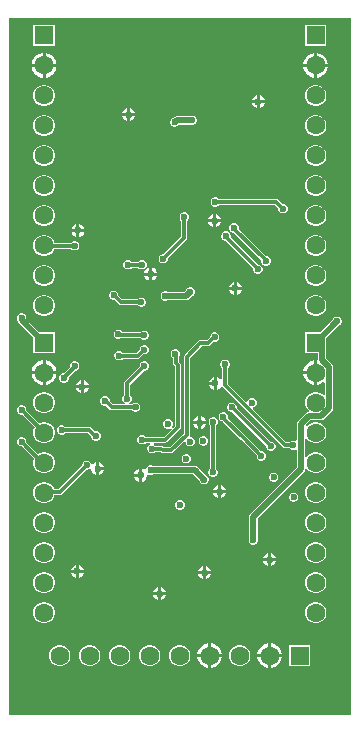
<source format=gbl>
G04*
G04 #@! TF.GenerationSoftware,Altium Limited,Altium Designer,21.4.1 (30)*
G04*
G04 Layer_Physical_Order=2*
G04 Layer_Color=16711680*
%FSLAX25Y25*%
%MOIN*%
G70*
G04*
G04 #@! TF.SameCoordinates,DAFBEC02-1197-4843-953F-D25F05510CB2*
G04*
G04*
G04 #@! TF.FilePolarity,Positive*
G04*
G01*
G75*
%ADD30C,0.01181*%
%ADD31C,0.01968*%
%ADD32C,0.06299*%
%ADD33R,0.06299X0.06299*%
%ADD34R,0.06299X0.06299*%
%ADD35C,0.02362*%
G36*
X57087Y-116142D02*
X-57087D01*
Y116142D01*
X57087D01*
Y-116142D01*
D02*
G37*
%LPC*%
G36*
X48819Y113779D02*
X41732D01*
Y106693D01*
X48819D01*
Y113779D01*
D02*
G37*
G36*
X-41732D02*
X-48819D01*
Y106693D01*
X-41732D01*
Y113779D01*
D02*
G37*
G36*
X45822Y104386D02*
X45776D01*
Y100736D01*
X49425D01*
Y100783D01*
X49142Y101838D01*
X48596Y102784D01*
X47824Y103557D01*
X46877Y104103D01*
X45822Y104386D01*
D02*
G37*
G36*
X44776D02*
X44729D01*
X43674Y104103D01*
X42728Y103557D01*
X41955Y102784D01*
X41409Y101838D01*
X41126Y100783D01*
Y100736D01*
X44776D01*
Y104386D01*
D02*
G37*
G36*
X-44729D02*
X-44776D01*
Y100736D01*
X-41126D01*
Y100783D01*
X-41409Y101838D01*
X-41955Y102784D01*
X-42728Y103557D01*
X-43674Y104103D01*
X-44729Y104386D01*
D02*
G37*
G36*
X-45776D02*
X-45822D01*
X-46877Y104103D01*
X-47824Y103557D01*
X-48596Y102784D01*
X-49142Y101838D01*
X-49425Y100783D01*
Y100736D01*
X-45776D01*
Y104386D01*
D02*
G37*
G36*
X49425Y99736D02*
X45776D01*
Y96087D01*
X45822D01*
X46877Y96369D01*
X47824Y96916D01*
X48596Y97688D01*
X49142Y98634D01*
X49425Y99690D01*
Y99736D01*
D02*
G37*
G36*
X44776D02*
X41126D01*
Y99690D01*
X41409Y98634D01*
X41955Y97688D01*
X42728Y96916D01*
X43674Y96369D01*
X44729Y96087D01*
X44776D01*
Y99736D01*
D02*
G37*
G36*
X-41126D02*
X-44776D01*
Y96087D01*
X-44729D01*
X-43674Y96369D01*
X-42728Y96916D01*
X-41955Y97688D01*
X-41409Y98634D01*
X-41126Y99690D01*
Y99736D01*
D02*
G37*
G36*
X-45776D02*
X-49425D01*
Y99690D01*
X-49142Y98634D01*
X-48596Y97688D01*
X-47824Y96916D01*
X-46877Y96369D01*
X-45822Y96087D01*
X-45776D01*
Y99736D01*
D02*
G37*
G36*
X26681Y90244D02*
Y88591D01*
X28335D01*
X28030Y89326D01*
X27417Y89940D01*
X26681Y90244D01*
D02*
G37*
G36*
X25681D02*
X24946Y89940D01*
X24332Y89326D01*
X24027Y88591D01*
X25681D01*
Y90244D01*
D02*
G37*
G36*
X45742Y93779D02*
X44809D01*
X43908Y93538D01*
X43100Y93072D01*
X42440Y92412D01*
X41974Y91604D01*
X41732Y90703D01*
Y89770D01*
X41974Y88869D01*
X42440Y88061D01*
X43100Y87401D01*
X43908Y86934D01*
X44809Y86693D01*
X45742D01*
X46643Y86934D01*
X47451Y87401D01*
X48111Y88061D01*
X48577Y88869D01*
X48819Y89770D01*
Y90703D01*
X48577Y91604D01*
X48111Y92412D01*
X47451Y93072D01*
X46643Y93538D01*
X45742Y93779D01*
D02*
G37*
G36*
X-44809D02*
X-45742D01*
X-46643Y93538D01*
X-47451Y93072D01*
X-48111Y92412D01*
X-48577Y91604D01*
X-48819Y90703D01*
Y89770D01*
X-48577Y88869D01*
X-48111Y88061D01*
X-47451Y87401D01*
X-46643Y86934D01*
X-45742Y86693D01*
X-44809D01*
X-43908Y86934D01*
X-43100Y87401D01*
X-42440Y88061D01*
X-41974Y88869D01*
X-41732Y89770D01*
Y90703D01*
X-41974Y91604D01*
X-42440Y92412D01*
X-43100Y93072D01*
X-43908Y93538D01*
X-44809Y93779D01*
D02*
G37*
G36*
X28335Y87590D02*
X26681D01*
Y85937D01*
X27417Y86242D01*
X28030Y86855D01*
X28335Y87590D01*
D02*
G37*
G36*
X25681D02*
X24027D01*
X24332Y86855D01*
X24946Y86242D01*
X25681Y85937D01*
Y87590D01*
D02*
G37*
G36*
X-16528Y86012D02*
Y84358D01*
X-14874D01*
X-15179Y85094D01*
X-15792Y85707D01*
X-16528Y86012D01*
D02*
G37*
G36*
X-17528D02*
X-18263Y85707D01*
X-18877Y85094D01*
X-19181Y84358D01*
X-17528D01*
Y86012D01*
D02*
G37*
G36*
X-14874Y83358D02*
X-16528D01*
Y81705D01*
X-15792Y82009D01*
X-15179Y82623D01*
X-14874Y83358D01*
D02*
G37*
G36*
X-17528D02*
X-19181D01*
X-18877Y82623D01*
X-18263Y82009D01*
X-17528Y81705D01*
Y83358D01*
D02*
G37*
G36*
X4447Y83465D02*
X3821D01*
X3411Y83295D01*
X-1075D01*
X-1612Y83188D01*
X-2068Y82883D01*
X-2077Y82874D01*
X-2085D01*
X-2664Y82634D01*
X-3107Y82191D01*
X-3347Y81612D01*
Y80986D01*
X-3107Y80407D01*
X-2664Y79964D01*
X-2085Y79724D01*
X-1458D01*
X-880Y79964D01*
X-437Y80407D01*
X-404Y80485D01*
X3411D01*
X3821Y80315D01*
X4447D01*
X5026Y80555D01*
X5469Y80998D01*
X5709Y81577D01*
Y82203D01*
X5469Y82782D01*
X5026Y83225D01*
X4447Y83465D01*
D02*
G37*
G36*
X45742Y83780D02*
X44809D01*
X43908Y83538D01*
X43100Y83072D01*
X42440Y82412D01*
X41974Y81604D01*
X41732Y80703D01*
Y79770D01*
X41974Y78869D01*
X42440Y78061D01*
X43100Y77401D01*
X43908Y76934D01*
X44809Y76693D01*
X45742D01*
X46643Y76934D01*
X47451Y77401D01*
X48111Y78061D01*
X48577Y78869D01*
X48819Y79770D01*
Y80703D01*
X48577Y81604D01*
X48111Y82412D01*
X47451Y83072D01*
X46643Y83538D01*
X45742Y83780D01*
D02*
G37*
G36*
X-44809D02*
X-45742D01*
X-46643Y83538D01*
X-47451Y83072D01*
X-48111Y82412D01*
X-48577Y81604D01*
X-48819Y80703D01*
Y79770D01*
X-48577Y78869D01*
X-48111Y78061D01*
X-47451Y77401D01*
X-46643Y76934D01*
X-45742Y76693D01*
X-44809D01*
X-43908Y76934D01*
X-43100Y77401D01*
X-42440Y78061D01*
X-41974Y78869D01*
X-41732Y79770D01*
Y80703D01*
X-41974Y81604D01*
X-42440Y82412D01*
X-43100Y83072D01*
X-43908Y83538D01*
X-44809Y83780D01*
D02*
G37*
G36*
X45742Y73779D02*
X44809D01*
X43908Y73538D01*
X43100Y73072D01*
X42440Y72412D01*
X41974Y71604D01*
X41732Y70703D01*
Y69770D01*
X41974Y68869D01*
X42440Y68061D01*
X43100Y67401D01*
X43908Y66934D01*
X44809Y66693D01*
X45742D01*
X46643Y66934D01*
X47451Y67401D01*
X48111Y68061D01*
X48577Y68869D01*
X48819Y69770D01*
Y70703D01*
X48577Y71604D01*
X48111Y72412D01*
X47451Y73072D01*
X46643Y73538D01*
X45742Y73779D01*
D02*
G37*
G36*
X-44809D02*
X-45742D01*
X-46643Y73538D01*
X-47451Y73072D01*
X-48111Y72412D01*
X-48577Y71604D01*
X-48819Y70703D01*
Y69770D01*
X-48577Y68869D01*
X-48111Y68061D01*
X-47451Y67401D01*
X-46643Y66934D01*
X-45742Y66693D01*
X-44809D01*
X-43908Y66934D01*
X-43100Y67401D01*
X-42440Y68061D01*
X-41974Y68869D01*
X-41732Y69770D01*
Y70703D01*
X-41974Y71604D01*
X-42440Y72412D01*
X-43100Y73072D01*
X-43908Y73538D01*
X-44809Y73779D01*
D02*
G37*
G36*
X45742Y63779D02*
X44809D01*
X43908Y63538D01*
X43100Y63072D01*
X42440Y62412D01*
X41974Y61604D01*
X41732Y60703D01*
Y59770D01*
X41974Y58869D01*
X42440Y58061D01*
X43100Y57401D01*
X43908Y56934D01*
X44809Y56693D01*
X45742D01*
X46643Y56934D01*
X47451Y57401D01*
X48111Y58061D01*
X48577Y58869D01*
X48819Y59770D01*
Y60703D01*
X48577Y61604D01*
X48111Y62412D01*
X47451Y63072D01*
X46643Y63538D01*
X45742Y63779D01*
D02*
G37*
G36*
X-44809D02*
X-45742D01*
X-46643Y63538D01*
X-47451Y63072D01*
X-48111Y62412D01*
X-48577Y61604D01*
X-48819Y60703D01*
Y59770D01*
X-48577Y58869D01*
X-48111Y58061D01*
X-47451Y57401D01*
X-46643Y56934D01*
X-45742Y56693D01*
X-44809D01*
X-43908Y56934D01*
X-43100Y57401D01*
X-42440Y58061D01*
X-41974Y58869D01*
X-41732Y59770D01*
Y60703D01*
X-41974Y61604D01*
X-42440Y62412D01*
X-43100Y63072D01*
X-43908Y63538D01*
X-44809Y63779D01*
D02*
G37*
G36*
X12124Y56299D02*
X11498D01*
X10919Y56059D01*
X10476Y55616D01*
X10236Y55038D01*
Y54411D01*
X10476Y53832D01*
X10919Y53389D01*
X11498Y53150D01*
X12124D01*
X12703Y53389D01*
X13035Y53721D01*
X31769D01*
X32874Y52616D01*
Y52147D01*
X33114Y51569D01*
X33557Y51126D01*
X34136Y50886D01*
X34762D01*
X35341Y51126D01*
X35784Y51569D01*
X36024Y52147D01*
Y52774D01*
X35784Y53353D01*
X35341Y53796D01*
X34762Y54035D01*
X34293D01*
X32895Y55434D01*
X32569Y55651D01*
X32185Y55728D01*
X13035D01*
X12703Y56059D01*
X12124Y56299D01*
D02*
G37*
G36*
X12090Y50579D02*
Y48925D01*
X13744D01*
X13439Y49661D01*
X12825Y50274D01*
X12090Y50579D01*
D02*
G37*
G36*
X11090D02*
X10354Y50274D01*
X9741Y49661D01*
X9436Y48925D01*
X11090D01*
Y50579D01*
D02*
G37*
G36*
X45742Y53780D02*
X44809D01*
X43908Y53538D01*
X43100Y53072D01*
X42440Y52412D01*
X41974Y51604D01*
X41732Y50703D01*
Y49770D01*
X41974Y48869D01*
X42440Y48061D01*
X43100Y47401D01*
X43908Y46934D01*
X44809Y46693D01*
X45742D01*
X46643Y46934D01*
X47451Y47401D01*
X48111Y48061D01*
X48577Y48869D01*
X48819Y49770D01*
Y50703D01*
X48577Y51604D01*
X48111Y52412D01*
X47451Y53072D01*
X46643Y53538D01*
X45742Y53780D01*
D02*
G37*
G36*
X-44809D02*
X-45742D01*
X-46643Y53538D01*
X-47451Y53072D01*
X-48111Y52412D01*
X-48577Y51604D01*
X-48819Y50703D01*
Y49770D01*
X-48577Y48869D01*
X-48111Y48061D01*
X-47451Y47401D01*
X-46643Y46934D01*
X-45742Y46693D01*
X-44809D01*
X-43908Y46934D01*
X-43100Y47401D01*
X-42440Y48061D01*
X-41974Y48869D01*
X-41732Y49770D01*
Y50703D01*
X-41974Y51604D01*
X-42440Y52412D01*
X-43100Y53072D01*
X-43908Y53538D01*
X-44809Y53780D01*
D02*
G37*
G36*
X13744Y47925D02*
X12090D01*
Y46271D01*
X12825Y46576D01*
X13439Y47190D01*
X13744Y47925D01*
D02*
G37*
G36*
X11090D02*
X9436D01*
X9741Y47190D01*
X10354Y46576D01*
X11090Y46271D01*
Y47925D01*
D02*
G37*
G36*
X-33457Y47429D02*
Y45776D01*
X-31803D01*
X-32108Y46511D01*
X-32721Y47125D01*
X-33457Y47429D01*
D02*
G37*
G36*
X-34457D02*
X-35192Y47125D01*
X-35806Y46511D01*
X-36110Y45776D01*
X-34457D01*
Y47429D01*
D02*
G37*
G36*
X-31803Y44776D02*
X-33457D01*
Y43122D01*
X-32721Y43426D01*
X-32108Y44040D01*
X-31803Y44776D01*
D02*
G37*
G36*
X-34457D02*
X-36110D01*
X-35806Y44040D01*
X-35192Y43426D01*
X-34457Y43122D01*
Y44776D01*
D02*
G37*
G36*
X-44809Y43780D02*
X-45742D01*
X-46643Y43538D01*
X-47451Y43072D01*
X-48111Y42412D01*
X-48577Y41604D01*
X-48819Y40703D01*
Y39770D01*
X-48577Y38869D01*
X-48111Y38061D01*
X-47451Y37401D01*
X-46643Y36934D01*
X-45742Y36693D01*
X-44809D01*
X-43908Y36934D01*
X-43100Y37401D01*
X-42440Y38061D01*
X-41974Y38869D01*
X-41887Y39193D01*
X-36302D01*
X-35931Y38822D01*
X-35353Y38583D01*
X-34726D01*
X-34147Y38822D01*
X-33704Y39265D01*
X-33465Y39844D01*
Y40471D01*
X-33704Y41050D01*
X-34147Y41493D01*
X-34726Y41732D01*
X-35353D01*
X-35931Y41493D01*
X-36224Y41200D01*
X-41866D01*
X-41974Y41604D01*
X-42440Y42412D01*
X-43100Y43072D01*
X-43908Y43538D01*
X-44809Y43780D01*
D02*
G37*
G36*
X45742D02*
X44809D01*
X43908Y43538D01*
X43100Y43072D01*
X42440Y42412D01*
X41974Y41604D01*
X41732Y40703D01*
Y39770D01*
X41974Y38869D01*
X42440Y38061D01*
X43100Y37401D01*
X43908Y36934D01*
X44809Y36693D01*
X45742D01*
X46643Y36934D01*
X47451Y37401D01*
X48111Y38061D01*
X48577Y38869D01*
X48819Y39770D01*
Y40703D01*
X48577Y41604D01*
X48111Y42412D01*
X47451Y43072D01*
X46643Y43538D01*
X45742Y43780D01*
D02*
G37*
G36*
X-12285Y35433D02*
X-12912D01*
X-13490Y35193D01*
X-13822Y34862D01*
X-16001D01*
X-16332Y35193D01*
X-16911Y35433D01*
X-17538D01*
X-18116Y35193D01*
X-18560Y34750D01*
X-18799Y34172D01*
Y33545D01*
X-18560Y32966D01*
X-18116Y32523D01*
X-17538Y32283D01*
X-16911D01*
X-16332Y32523D01*
X-16001Y32855D01*
X-13822D01*
X-13490Y32523D01*
X-12912Y32283D01*
X-12285D01*
X-11706Y32523D01*
X-11263Y32966D01*
X-11024Y33545D01*
Y34172D01*
X-11263Y34750D01*
X-11706Y35193D01*
X-12285Y35433D01*
D02*
G37*
G36*
X1790Y51279D02*
X1163D01*
X584Y51040D01*
X141Y50597D01*
X-98Y50018D01*
Y49391D01*
X141Y48813D01*
X473Y48481D01*
Y43231D01*
X-5356Y37402D01*
X-5825D01*
X-6404Y37162D01*
X-6847Y36719D01*
X-7087Y36140D01*
Y35513D01*
X-6847Y34935D01*
X-6404Y34492D01*
X-5825Y34252D01*
X-5199D01*
X-4620Y34492D01*
X-4177Y34935D01*
X-3937Y35513D01*
Y35982D01*
X2186Y42105D01*
X2403Y42431D01*
X2480Y42815D01*
Y48481D01*
X2811Y48813D01*
X3051Y49391D01*
Y50018D01*
X2811Y50597D01*
X2368Y51040D01*
X1790Y51279D01*
D02*
G37*
G36*
X18424Y47638D02*
X17797D01*
X17218Y47398D01*
X16775Y46955D01*
X16535Y46376D01*
Y45750D01*
X16775Y45171D01*
X17218Y44728D01*
X17797Y44488D01*
X18069D01*
X27177Y35380D01*
X27165Y35353D01*
Y34726D01*
X27405Y34147D01*
X27848Y33704D01*
X28427Y33465D01*
X29053D01*
X29632Y33704D01*
X30075Y34147D01*
X30315Y34726D01*
Y35353D01*
X30075Y35931D01*
X29632Y36374D01*
X29053Y36614D01*
X28781D01*
X19674Y45722D01*
X19685Y45750D01*
Y46376D01*
X19445Y46955D01*
X19002Y47398D01*
X18424Y47638D01*
D02*
G37*
G36*
X-9146Y32862D02*
Y31209D01*
X-7492D01*
X-7797Y31944D01*
X-8410Y32558D01*
X-9146Y32862D01*
D02*
G37*
G36*
X-10146D02*
X-10881Y32558D01*
X-11495Y31944D01*
X-11799Y31209D01*
X-10146D01*
Y32862D01*
D02*
G37*
G36*
X15668Y44882D02*
X15041D01*
X14462Y44642D01*
X14019Y44199D01*
X13780Y43620D01*
Y42994D01*
X14019Y42415D01*
X14462Y41972D01*
X15041Y41732D01*
X15313D01*
X24421Y32624D01*
X24409Y32597D01*
Y31970D01*
X24649Y31391D01*
X25092Y30948D01*
X25671Y30709D01*
X26298D01*
X26876Y30948D01*
X27319Y31391D01*
X27559Y31970D01*
Y32597D01*
X27319Y33176D01*
X26876Y33619D01*
X26298Y33858D01*
X26026D01*
X16918Y42966D01*
X16929Y42994D01*
Y43620D01*
X16689Y44199D01*
X16246Y44642D01*
X15668Y44882D01*
D02*
G37*
G36*
X-7492Y30209D02*
X-9146D01*
Y28555D01*
X-8410Y28860D01*
X-7797Y29473D01*
X-7492Y30209D01*
D02*
G37*
G36*
X-10146D02*
X-11799D01*
X-11495Y29473D01*
X-10881Y28860D01*
X-10146Y28555D01*
Y30209D01*
D02*
G37*
G36*
X45742Y33779D02*
X44809D01*
X43908Y33538D01*
X43100Y33072D01*
X42440Y32412D01*
X41974Y31604D01*
X41732Y30703D01*
Y29770D01*
X41974Y28869D01*
X42440Y28061D01*
X43100Y27401D01*
X43908Y26934D01*
X44809Y26693D01*
X45742D01*
X46643Y26934D01*
X47451Y27401D01*
X48111Y28061D01*
X48577Y28869D01*
X48819Y29770D01*
Y30703D01*
X48577Y31604D01*
X48111Y32412D01*
X47451Y33072D01*
X46643Y33538D01*
X45742Y33779D01*
D02*
G37*
G36*
X-44809D02*
X-45742D01*
X-46643Y33538D01*
X-47451Y33072D01*
X-48111Y32412D01*
X-48577Y31604D01*
X-48819Y30703D01*
Y29770D01*
X-48577Y28869D01*
X-48111Y28061D01*
X-47451Y27401D01*
X-46643Y26934D01*
X-45742Y26693D01*
X-44809D01*
X-43908Y26934D01*
X-43100Y27401D01*
X-42440Y28061D01*
X-41974Y28869D01*
X-41732Y29770D01*
Y30703D01*
X-41974Y31604D01*
X-42440Y32412D01*
X-43100Y33072D01*
X-43908Y33538D01*
X-44809Y33779D01*
D02*
G37*
G36*
X19004Y28040D02*
Y26386D01*
X20658D01*
X20353Y27121D01*
X19739Y27735D01*
X19004Y28040D01*
D02*
G37*
G36*
X18004D02*
X17268Y27735D01*
X16655Y27121D01*
X16350Y26386D01*
X18004D01*
Y28040D01*
D02*
G37*
G36*
X3857Y26280D02*
X3230D01*
X2651Y26040D01*
X2208Y25597D01*
X2114Y25369D01*
X1575Y24830D01*
X-4100D01*
X-4510Y25000D01*
X-5136D01*
X-5715Y24760D01*
X-6158Y24317D01*
X-6398Y23739D01*
Y23112D01*
X-6158Y22533D01*
X-5715Y22090D01*
X-5136Y21850D01*
X-4510D01*
X-4100Y22020D01*
X2157D01*
X2695Y22127D01*
X3151Y22432D01*
X3849Y23130D01*
X3857D01*
X4435Y23370D01*
X4878Y23813D01*
X5118Y24392D01*
Y25018D01*
X4878Y25597D01*
X4435Y26040D01*
X3857Y26280D01*
D02*
G37*
G36*
X20658Y25386D02*
X19004D01*
Y23732D01*
X19739Y24037D01*
X20353Y24650D01*
X20658Y25386D01*
D02*
G37*
G36*
X18004D02*
X16350D01*
X16655Y24650D01*
X17268Y24037D01*
X18004Y23732D01*
Y25386D01*
D02*
G37*
G36*
X-21734Y25197D02*
X-22361D01*
X-22939Y24957D01*
X-23382Y24514D01*
X-23622Y23935D01*
Y23309D01*
X-23382Y22730D01*
X-22939Y22287D01*
X-22361Y22047D01*
X-21892D01*
X-20395Y20550D01*
X-20069Y20333D01*
X-19685Y20256D01*
X-14019D01*
X-13687Y19925D01*
X-13108Y19685D01*
X-12482D01*
X-11903Y19925D01*
X-11460Y20368D01*
X-11220Y20947D01*
Y21573D01*
X-11460Y22152D01*
X-11903Y22595D01*
X-12482Y22835D01*
X-13108D01*
X-13687Y22595D01*
X-14019Y22263D01*
X-19269D01*
X-20472Y23467D01*
Y23935D01*
X-20712Y24514D01*
X-21155Y24957D01*
X-21734Y25197D01*
D02*
G37*
G36*
X45742Y23779D02*
X44809D01*
X43908Y23538D01*
X43100Y23072D01*
X42440Y22412D01*
X41974Y21604D01*
X41732Y20703D01*
Y19770D01*
X41974Y18869D01*
X42440Y18061D01*
X43100Y17401D01*
X43908Y16934D01*
X44809Y16693D01*
X45742D01*
X46643Y16934D01*
X47451Y17401D01*
X48111Y18061D01*
X48577Y18869D01*
X48819Y19770D01*
Y20703D01*
X48577Y21604D01*
X48111Y22412D01*
X47451Y23072D01*
X46643Y23538D01*
X45742Y23779D01*
D02*
G37*
G36*
X-44809D02*
X-45742D01*
X-46643Y23538D01*
X-47451Y23072D01*
X-48111Y22412D01*
X-48577Y21604D01*
X-48819Y20703D01*
Y19770D01*
X-48577Y18869D01*
X-48111Y18061D01*
X-47451Y17401D01*
X-46643Y16934D01*
X-45742Y16693D01*
X-44809D01*
X-43908Y16934D01*
X-43100Y17401D01*
X-42440Y18061D01*
X-41974Y18869D01*
X-41732Y19770D01*
Y20703D01*
X-41974Y21604D01*
X-42440Y22412D01*
X-43100Y23072D01*
X-43908Y23538D01*
X-44809Y23779D01*
D02*
G37*
G36*
X-20159Y12205D02*
X-20786D01*
X-21364Y11965D01*
X-21808Y11522D01*
X-22047Y10943D01*
Y10317D01*
X-21808Y9738D01*
X-21364Y9295D01*
X-20786Y9055D01*
X-20159D01*
X-19580Y9295D01*
X-19446Y9430D01*
X-13181D01*
X-13146Y9344D01*
X-12703Y8901D01*
X-12124Y8661D01*
X-11498D01*
X-10919Y8901D01*
X-10476Y9344D01*
X-10236Y9923D01*
Y10549D01*
X-10476Y11128D01*
X-10919Y11571D01*
X-11498Y11811D01*
X-12124D01*
X-12703Y11571D01*
X-12838Y11437D01*
X-19102D01*
X-19137Y11522D01*
X-19580Y11965D01*
X-20159Y12205D01*
D02*
G37*
G36*
X11927Y11220D02*
X11301D01*
X10722Y10981D01*
X10279Y10538D01*
X10039Y9959D01*
Y9671D01*
X9020Y8652D01*
X6861D01*
X6477Y8575D01*
X6151Y8358D01*
X1653Y3859D01*
X1435Y3534D01*
X1359Y3150D01*
Y-22419D01*
X-3270Y-27048D01*
X-5232D01*
X-5528Y-26751D01*
X-5854Y-26533D01*
X-6238Y-26457D01*
X-8127D01*
X-8458Y-26126D01*
X-8734Y-26011D01*
X-8635Y-25511D01*
X-4823D01*
X-4439Y-25435D01*
X-4113Y-25218D01*
X119Y-20985D01*
X337Y-20660D01*
X413Y-20276D01*
Y394D01*
X337Y778D01*
X119Y1103D01*
X-276Y1498D01*
Y3009D01*
X-141Y3143D01*
X98Y3722D01*
Y4349D01*
X-141Y4927D01*
X-584Y5370D01*
X-1163Y5610D01*
X-1790D01*
X-2368Y5370D01*
X-2811Y4927D01*
X-3051Y4349D01*
Y3722D01*
X-2811Y3143D01*
X-2368Y2700D01*
X-2283Y2665D01*
Y1083D01*
X-2207Y699D01*
X-1989Y373D01*
X-1594Y-22D01*
Y-19860D01*
X-2232Y-20498D01*
X-2602Y-20183D01*
X-2362Y-19605D01*
Y-18978D01*
X-2602Y-18399D01*
X-3045Y-17956D01*
X-3624Y-17717D01*
X-4250D01*
X-4829Y-17956D01*
X-5272Y-18399D01*
X-5512Y-18978D01*
Y-19605D01*
X-5272Y-20183D01*
X-4829Y-20626D01*
X-4250Y-20866D01*
X-3624D01*
X-3045Y-20626D01*
X-2730Y-20996D01*
X-5238Y-23504D01*
X-11375D01*
X-11706Y-23173D01*
X-12285Y-22933D01*
X-12912D01*
X-13490Y-23173D01*
X-13934Y-23616D01*
X-14173Y-24195D01*
Y-24821D01*
X-13934Y-25400D01*
X-13490Y-25843D01*
X-12912Y-26083D01*
X-12285D01*
X-11706Y-25843D01*
X-11375Y-25511D01*
X-10066D01*
X-9967Y-26011D01*
X-10242Y-26126D01*
X-10685Y-26569D01*
X-10925Y-27147D01*
Y-27774D01*
X-10685Y-28353D01*
X-10242Y-28796D01*
X-9664Y-29035D01*
X-9037D01*
X-8458Y-28796D01*
X-8127Y-28464D01*
X-6654D01*
X-6357Y-28761D01*
X-6031Y-28978D01*
X-5647Y-29055D01*
X-2854D01*
X-2470Y-28978D01*
X-2145Y-28761D01*
X1469Y-25148D01*
X1969Y-25355D01*
Y-25510D01*
X2208Y-26089D01*
X2651Y-26532D01*
X3230Y-26772D01*
X3857D01*
X4435Y-26532D01*
X4878Y-26089D01*
X5118Y-25510D01*
Y-24884D01*
X4878Y-24305D01*
X4435Y-23862D01*
X3857Y-23622D01*
X3621D01*
X3491Y-23464D01*
X3309Y-23122D01*
X3366Y-22835D01*
Y2734D01*
X7276Y6645D01*
X9436D01*
X9820Y6721D01*
X10146Y6938D01*
X11285Y8078D01*
X11301Y8071D01*
X11927D01*
X12506Y8311D01*
X12949Y8754D01*
X13189Y9332D01*
Y9959D01*
X12949Y10538D01*
X12506Y10981D01*
X11927Y11220D01*
D02*
G37*
G36*
X-11498Y7087D02*
X-12124D01*
X-12703Y6847D01*
X-13146Y6404D01*
X-13386Y5825D01*
Y5595D01*
X-14434Y4547D01*
X-19052D01*
X-19384Y4878D01*
X-19962Y5118D01*
X-20589D01*
X-21168Y4878D01*
X-21611Y4435D01*
X-21850Y3857D01*
Y3230D01*
X-21611Y2651D01*
X-21168Y2208D01*
X-20589Y1969D01*
X-19962D01*
X-19384Y2208D01*
X-19052Y2540D01*
X-14018D01*
X-13634Y2616D01*
X-13309Y2834D01*
X-12182Y3961D01*
X-12124Y3937D01*
X-11498D01*
X-10919Y4177D01*
X-10476Y4620D01*
X-10236Y5199D01*
Y5825D01*
X-10476Y6404D01*
X-10919Y6847D01*
X-11498Y7087D01*
D02*
G37*
G36*
X-52443Y17717D02*
X-53069D01*
X-53648Y17477D01*
X-54091Y17034D01*
X-54331Y16455D01*
Y15829D01*
X-54161Y15418D01*
Y15354D01*
X-54054Y14817D01*
X-53749Y14361D01*
X-48819Y9430D01*
Y4331D01*
X-41732D01*
Y11417D01*
X-46832D01*
X-51199Y15785D01*
X-51181Y15829D01*
Y16455D01*
X-51421Y17034D01*
X-51864Y17477D01*
X-52443Y17717D01*
D02*
G37*
G36*
X44776Y2024D02*
X44729D01*
X43674Y1741D01*
X42728Y1194D01*
X41955Y422D01*
X41409Y-524D01*
X41126Y-1580D01*
Y-1626D01*
X44776D01*
Y2024D01*
D02*
G37*
G36*
X-44729D02*
X-44776D01*
Y-1626D01*
X-41126D01*
Y-1580D01*
X-41409Y-524D01*
X-41955Y422D01*
X-42728Y1194D01*
X-43674Y1741D01*
X-44729Y2024D01*
D02*
G37*
G36*
X-45776D02*
X-45822D01*
X-46877Y1741D01*
X-47824Y1194D01*
X-48596Y422D01*
X-49142Y-524D01*
X-49425Y-1580D01*
Y-1626D01*
X-45776D01*
Y2024D01*
D02*
G37*
G36*
X11311Y-3555D02*
X10576Y-3860D01*
X9962Y-4473D01*
X9657Y-5209D01*
X11311D01*
Y-3555D01*
D02*
G37*
G36*
X-34726Y1575D02*
X-35353D01*
X-35931Y1335D01*
X-36374Y892D01*
X-36614Y313D01*
Y-313D01*
X-36603Y-341D01*
X-38624Y-2362D01*
X-38896D01*
X-39475Y-2602D01*
X-39918Y-3045D01*
X-40157Y-3624D01*
Y-4250D01*
X-39918Y-4829D01*
X-39475Y-5272D01*
X-38896Y-5512D01*
X-38269D01*
X-37691Y-5272D01*
X-37248Y-4829D01*
X-37008Y-4250D01*
Y-3624D01*
X-37019Y-3596D01*
X-34998Y-1575D01*
X-34726D01*
X-34147Y-1335D01*
X-33704Y-892D01*
X-33465Y-313D01*
Y313D01*
X-33704Y892D01*
X-34147Y1335D01*
X-34726Y1575D01*
D02*
G37*
G36*
X44776Y-2626D02*
X41126D01*
Y-2672D01*
X41409Y-3728D01*
X41955Y-4674D01*
X42728Y-5446D01*
X43674Y-5993D01*
X44729Y-6276D01*
X44776D01*
Y-2626D01*
D02*
G37*
G36*
X-41126D02*
X-44776D01*
Y-6276D01*
X-44729D01*
X-43674Y-5993D01*
X-42728Y-5446D01*
X-41955Y-4674D01*
X-41409Y-3728D01*
X-41126Y-2672D01*
Y-2626D01*
D02*
G37*
G36*
X-45776D02*
X-49425D01*
Y-2672D01*
X-49142Y-3728D01*
X-48596Y-4674D01*
X-47824Y-5446D01*
X-46877Y-5993D01*
X-45822Y-6276D01*
X-45776D01*
Y-2626D01*
D02*
G37*
G36*
X-31980Y-4736D02*
Y-6390D01*
X-30327D01*
X-30631Y-5654D01*
X-31245Y-5041D01*
X-31980Y-4736D01*
D02*
G37*
G36*
X-32980D02*
X-33716Y-5041D01*
X-34329Y-5654D01*
X-34634Y-6390D01*
X-32980D01*
Y-4736D01*
D02*
G37*
G36*
X11311Y-6209D02*
X9657D01*
X9962Y-6944D01*
X10576Y-7558D01*
X11311Y-7862D01*
Y-6209D01*
D02*
G37*
G36*
X-30327Y-7390D02*
X-31980D01*
Y-9043D01*
X-31245Y-8739D01*
X-30631Y-8125D01*
X-30327Y-7390D01*
D02*
G37*
G36*
X-32980D02*
X-34634D01*
X-34329Y-8125D01*
X-33716Y-8739D01*
X-32980Y-9043D01*
Y-7390D01*
D02*
G37*
G36*
X52675Y16535D02*
X52049D01*
X51470Y16296D01*
X51027Y15853D01*
X50857Y15443D01*
X46832Y11417D01*
X41732D01*
Y4331D01*
X46036D01*
Y2484D01*
X45847Y2078D01*
X45776Y2065D01*
Y-2126D01*
Y-6276D01*
X45822D01*
X46877Y-5993D01*
X47824Y-5446D01*
X47936Y-5334D01*
X48398Y-5525D01*
Y-9531D01*
X47898Y-9738D01*
X47451Y-9291D01*
X46643Y-8824D01*
X45742Y-8583D01*
X44809D01*
X43908Y-8824D01*
X43100Y-9291D01*
X42440Y-9950D01*
X41974Y-10758D01*
X41732Y-11660D01*
Y-12593D01*
X41974Y-13494D01*
X42440Y-14302D01*
X42891Y-14753D01*
X42893Y-14847D01*
X42717Y-15285D01*
X42364Y-15356D01*
X41908Y-15660D01*
X39361Y-18208D01*
X39056Y-18663D01*
X38949Y-19201D01*
Y-24652D01*
X38449Y-24944D01*
X38109Y-24803D01*
X37482D01*
X36903Y-25043D01*
X36572Y-25374D01*
X35455D01*
X24322Y-14242D01*
X24512Y-13724D01*
X24957Y-13540D01*
X25400Y-13097D01*
X25640Y-12518D01*
Y-11891D01*
X25400Y-11313D01*
X24957Y-10870D01*
X24378Y-10630D01*
X23752D01*
X23173Y-10870D01*
X22730Y-11313D01*
X22546Y-11758D01*
X22028Y-11948D01*
X16063Y-5982D01*
Y-633D01*
X16394Y-301D01*
X16634Y277D01*
Y904D01*
X16394Y1483D01*
X15951Y1926D01*
X15372Y2165D01*
X14746D01*
X14167Y1926D01*
X13724Y1483D01*
X13484Y904D01*
Y277D01*
X13724Y-301D01*
X14055Y-633D01*
Y-4215D01*
X14040Y-4225D01*
X13555Y-4369D01*
X13047Y-3860D01*
X12311Y-3555D01*
Y-5709D01*
Y-7862D01*
X13047Y-7558D01*
X13660Y-6944D01*
X13670Y-6921D01*
X13764Y-6893D01*
X14216Y-6908D01*
X14349Y-7107D01*
X34330Y-27088D01*
X34655Y-27305D01*
X35039Y-27382D01*
X36572D01*
X36903Y-27713D01*
X37482Y-27953D01*
X38109D01*
X38449Y-27812D01*
X38949Y-28104D01*
Y-33768D01*
X23514Y-49203D01*
X23210Y-49659D01*
X23103Y-50197D01*
Y-57249D01*
X22933Y-57659D01*
Y-58286D01*
X23173Y-58864D01*
X23616Y-59307D01*
X24195Y-59547D01*
X24821D01*
X25400Y-59307D01*
X25843Y-58864D01*
X26083Y-58286D01*
Y-57659D01*
X25913Y-57249D01*
Y-50779D01*
X41348Y-35344D01*
X41652Y-34888D01*
X41759Y-34350D01*
Y-34122D01*
X42259Y-33988D01*
X42440Y-34302D01*
X43100Y-34961D01*
X43908Y-35428D01*
X44809Y-35669D01*
X45742D01*
X46643Y-35428D01*
X47451Y-34961D01*
X48111Y-34302D01*
X48577Y-33494D01*
X48819Y-32592D01*
Y-31659D01*
X48577Y-30758D01*
X48111Y-29950D01*
X47451Y-29291D01*
X46643Y-28824D01*
X45742Y-28583D01*
X44809D01*
X43908Y-28824D01*
X43100Y-29291D01*
X42440Y-29950D01*
X42259Y-30264D01*
X41759Y-30130D01*
Y-24122D01*
X42259Y-23988D01*
X42440Y-24302D01*
X43100Y-24961D01*
X43908Y-25428D01*
X44809Y-25669D01*
X45742D01*
X46643Y-25428D01*
X47451Y-24961D01*
X48111Y-24302D01*
X48577Y-23494D01*
X48819Y-22592D01*
Y-21659D01*
X48577Y-20758D01*
X48111Y-19950D01*
X47451Y-19291D01*
X46643Y-18824D01*
X45742Y-18583D01*
X44809D01*
X43908Y-18824D01*
X43100Y-19291D01*
X42449Y-19941D01*
X42399Y-19941D01*
X41926Y-19841D01*
X41894Y-19648D01*
X43484Y-18058D01*
X47151D01*
X47689Y-17952D01*
X48144Y-17647D01*
X50797Y-14995D01*
X51101Y-14539D01*
X51208Y-14001D01*
Y-251D01*
X51101Y287D01*
X50797Y743D01*
X48846Y2693D01*
Y5709D01*
X48819Y5844D01*
Y9430D01*
X52844Y13456D01*
X53254Y13626D01*
X53697Y14069D01*
X53937Y14647D01*
Y15274D01*
X53697Y15853D01*
X53254Y16296D01*
X52675Y16535D01*
D02*
G37*
G36*
X-11498Y1575D02*
X-12124D01*
X-12703Y1335D01*
X-13146Y892D01*
X-13386Y313D01*
Y-156D01*
X-18258Y-5028D01*
X-18476Y-5354D01*
X-18552Y-5738D01*
Y-9632D01*
X-18884Y-9964D01*
X-19124Y-10543D01*
Y-11169D01*
X-18884Y-11748D01*
X-18441Y-12191D01*
X-18236Y-12276D01*
X-18335Y-12776D01*
X-22145D01*
X-23425Y-11496D01*
Y-11278D01*
X-23665Y-10699D01*
X-24108Y-10256D01*
X-24687Y-10017D01*
X-25313D01*
X-25892Y-10256D01*
X-26335Y-10699D01*
X-26575Y-11278D01*
Y-11905D01*
X-26335Y-12483D01*
X-25892Y-12926D01*
X-25313Y-13166D01*
X-24687D01*
X-24621Y-13139D01*
X-23270Y-14489D01*
X-22944Y-14707D01*
X-22560Y-14783D01*
X-15987D01*
X-15656Y-15115D01*
X-15077Y-15354D01*
X-14450D01*
X-13872Y-15115D01*
X-13429Y-14672D01*
X-13189Y-14093D01*
Y-13466D01*
X-13429Y-12888D01*
X-13872Y-12444D01*
X-14450Y-12205D01*
X-15077D01*
X-15656Y-12444D01*
X-15987Y-12776D01*
X-16763D01*
X-16862Y-12276D01*
X-16657Y-12191D01*
X-16214Y-11748D01*
X-15974Y-11169D01*
Y-10543D01*
X-16214Y-9964D01*
X-16545Y-9632D01*
Y-6154D01*
X-11967Y-1575D01*
X-11498D01*
X-10919Y-1335D01*
X-10476Y-892D01*
X-10236Y-313D01*
Y313D01*
X-10476Y892D01*
X-10919Y1335D01*
X-11498Y1575D01*
D02*
G37*
G36*
X-44809Y-8583D02*
X-45742D01*
X-46643Y-8824D01*
X-47451Y-9291D01*
X-48111Y-9950D01*
X-48577Y-10758D01*
X-48819Y-11660D01*
Y-12593D01*
X-48577Y-13494D01*
X-48111Y-14302D01*
X-47451Y-14961D01*
X-46643Y-15428D01*
X-45742Y-15669D01*
X-44809D01*
X-43908Y-15428D01*
X-43100Y-14961D01*
X-42440Y-14302D01*
X-41974Y-13494D01*
X-41732Y-12593D01*
Y-11660D01*
X-41974Y-10758D01*
X-42440Y-9950D01*
X-43100Y-9291D01*
X-43908Y-8824D01*
X-44809Y-8583D01*
D02*
G37*
G36*
X7193Y-16646D02*
Y-18299D01*
X8847D01*
X8542Y-17564D01*
X7928Y-16950D01*
X7193Y-16646D01*
D02*
G37*
G36*
X6193D02*
X5457Y-16950D01*
X4844Y-17564D01*
X4539Y-18299D01*
X6193D01*
Y-16646D01*
D02*
G37*
G36*
X8847Y-19299D02*
X7193D01*
Y-20953D01*
X7928Y-20648D01*
X8542Y-20035D01*
X8847Y-19299D01*
D02*
G37*
G36*
X6193D02*
X4539D01*
X4844Y-20035D01*
X5457Y-20648D01*
X6193Y-20953D01*
Y-19299D01*
D02*
G37*
G36*
X-39057Y-19685D02*
X-39683D01*
X-40262Y-19925D01*
X-40705Y-20368D01*
X-40945Y-20947D01*
Y-21573D01*
X-40705Y-22152D01*
X-40262Y-22595D01*
X-39683Y-22835D01*
X-39057D01*
X-38478Y-22595D01*
X-38146Y-22263D01*
X-30576D01*
X-29528Y-23312D01*
Y-23542D01*
X-29288Y-24120D01*
X-28845Y-24563D01*
X-28266Y-24803D01*
X-27639D01*
X-27061Y-24563D01*
X-26618Y-24120D01*
X-26378Y-23542D01*
Y-22915D01*
X-26618Y-22336D01*
X-27061Y-21893D01*
X-27639Y-21654D01*
X-28266D01*
X-28323Y-21677D01*
X-29451Y-20550D01*
X-29776Y-20333D01*
X-30160Y-20256D01*
X-38146D01*
X-38478Y-19925D01*
X-39057Y-19685D01*
D02*
G37*
G36*
X-52443Y-12992D02*
X-53069D01*
X-53648Y-13232D01*
X-54091Y-13675D01*
X-54331Y-14254D01*
Y-14880D01*
X-54091Y-15459D01*
X-53648Y-15902D01*
X-53069Y-16142D01*
X-52679D01*
X-48389Y-20432D01*
X-48577Y-20758D01*
X-48819Y-21659D01*
Y-22592D01*
X-48577Y-23494D01*
X-48111Y-24302D01*
X-47451Y-24961D01*
X-46643Y-25428D01*
X-45742Y-25669D01*
X-44809D01*
X-43908Y-25428D01*
X-43100Y-24961D01*
X-42440Y-24302D01*
X-41974Y-23494D01*
X-41732Y-22592D01*
Y-21659D01*
X-41974Y-20758D01*
X-42440Y-19950D01*
X-43100Y-19291D01*
X-43908Y-18824D01*
X-44809Y-18583D01*
X-45742D01*
X-46643Y-18824D01*
X-46970Y-19013D01*
X-51181Y-14801D01*
Y-14254D01*
X-51421Y-13675D01*
X-51864Y-13232D01*
X-52443Y-12992D01*
D02*
G37*
G36*
X8187Y-23425D02*
X7561D01*
X6982Y-23665D01*
X6539Y-24108D01*
X6299Y-24687D01*
Y-25313D01*
X6539Y-25892D01*
X6982Y-26335D01*
X7561Y-26575D01*
X8187D01*
X8766Y-26335D01*
X9209Y-25892D01*
X9449Y-25313D01*
Y-24687D01*
X9209Y-24108D01*
X8766Y-23665D01*
X8187Y-23425D01*
D02*
G37*
G36*
X17636Y-12205D02*
X17010D01*
X16431Y-12444D01*
X15988Y-12888D01*
X15748Y-13466D01*
Y-14093D01*
X15988Y-14672D01*
X16431Y-15115D01*
X17010Y-15354D01*
X17478D01*
X28740Y-26616D01*
Y-27085D01*
X28980Y-27664D01*
X29423Y-28107D01*
X30002Y-28346D01*
X30628D01*
X31207Y-28107D01*
X31650Y-27664D01*
X31890Y-27085D01*
Y-26458D01*
X31650Y-25880D01*
X31207Y-25437D01*
X30628Y-25197D01*
X30159D01*
X18898Y-13935D01*
Y-13466D01*
X18658Y-12888D01*
X18215Y-12444D01*
X17636Y-12205D01*
D02*
G37*
G36*
X14825Y-15300D02*
X14199D01*
X13620Y-15539D01*
X13177Y-15982D01*
X12937Y-16561D01*
Y-17188D01*
X13177Y-17766D01*
X13620Y-18209D01*
X14199Y-18449D01*
X14314D01*
X14393Y-18568D01*
X20550Y-24725D01*
X20550Y-24725D01*
X25591Y-29766D01*
Y-30235D01*
X25830Y-30813D01*
X26273Y-31256D01*
X26852Y-31496D01*
X27479D01*
X28057Y-31256D01*
X28500Y-30813D01*
X28740Y-30235D01*
Y-29608D01*
X28500Y-29029D01*
X28057Y-28586D01*
X27479Y-28346D01*
X27010D01*
X21970Y-23306D01*
X21969Y-23306D01*
X16018Y-17355D01*
X16087Y-17188D01*
Y-16561D01*
X15847Y-15982D01*
X15404Y-15539D01*
X14825Y-15300D01*
D02*
G37*
G36*
X2479Y-29232D02*
X1852D01*
X1273Y-29472D01*
X830Y-29915D01*
X591Y-30494D01*
Y-31120D01*
X830Y-31699D01*
X1273Y-32142D01*
X1852Y-32382D01*
X2479D01*
X3057Y-32142D01*
X3500Y-31699D01*
X3740Y-31120D01*
Y-30494D01*
X3500Y-29915D01*
X3057Y-29472D01*
X2479Y-29232D01*
D02*
G37*
G36*
X-26862Y-32000D02*
Y-33654D01*
X-25209D01*
X-25513Y-32918D01*
X-26127Y-32304D01*
X-26862Y-32000D01*
D02*
G37*
G36*
X-9431Y-32972D02*
X-10057D01*
X-10636Y-33212D01*
X-11079Y-33655D01*
X-11319Y-34234D01*
X-11446Y-34303D01*
X-11819Y-34444D01*
X-12492Y-34165D01*
Y-36319D01*
Y-38473D01*
X-11757Y-38168D01*
X-11143Y-37554D01*
X-10811Y-36753D01*
Y-36351D01*
X-10311Y-36017D01*
X-10057Y-36122D01*
X-9431D01*
X-9021Y-35952D01*
X4339D01*
X6664Y-38277D01*
X6834Y-38687D01*
X7277Y-39130D01*
X7856Y-39370D01*
X8483D01*
X9061Y-39130D01*
X9504Y-38687D01*
X9744Y-38109D01*
Y-37482D01*
X9504Y-36903D01*
X9061Y-36460D01*
X8651Y-36290D01*
X5915Y-33554D01*
X5459Y-33249D01*
X4921Y-33142D01*
X-9021D01*
X-9431Y-32972D01*
D02*
G37*
G36*
X-52443Y-23622D02*
X-53069D01*
X-53648Y-23862D01*
X-54091Y-24305D01*
X-54331Y-24884D01*
Y-25510D01*
X-54091Y-26089D01*
X-53648Y-26532D01*
X-53069Y-26772D01*
X-52600D01*
X-48585Y-30787D01*
X-48819Y-31659D01*
Y-32592D01*
X-48577Y-33494D01*
X-48111Y-34302D01*
X-47451Y-34961D01*
X-46643Y-35428D01*
X-45742Y-35669D01*
X-44809D01*
X-43908Y-35428D01*
X-43100Y-34961D01*
X-42440Y-34302D01*
X-41974Y-33494D01*
X-41732Y-32592D01*
Y-31659D01*
X-41974Y-30758D01*
X-42440Y-29950D01*
X-43100Y-29291D01*
X-43908Y-28824D01*
X-44809Y-28583D01*
X-45742D01*
X-46643Y-28824D01*
X-47319Y-29214D01*
X-51181Y-25352D01*
Y-24884D01*
X-51421Y-24305D01*
X-51864Y-23862D01*
X-52443Y-23622D01*
D02*
G37*
G36*
X-13492Y-34165D02*
X-14228Y-34470D01*
X-14841Y-35083D01*
X-15146Y-35819D01*
X-13492D01*
Y-34165D01*
D02*
G37*
G36*
X-25209Y-34653D02*
X-26862D01*
Y-36307D01*
X-26127Y-36003D01*
X-25513Y-35389D01*
X-25209Y-34653D01*
D02*
G37*
G36*
X-30789Y-31496D02*
X-31416D01*
X-31994Y-31736D01*
X-32437Y-32179D01*
X-32677Y-32758D01*
Y-33226D01*
X-40450Y-41000D01*
X-41909D01*
X-41974Y-40758D01*
X-42440Y-39950D01*
X-43100Y-39291D01*
X-43908Y-38824D01*
X-44809Y-38583D01*
X-45742D01*
X-46643Y-38824D01*
X-47451Y-39291D01*
X-48111Y-39950D01*
X-48577Y-40758D01*
X-48819Y-41660D01*
Y-42592D01*
X-48577Y-43494D01*
X-48111Y-44302D01*
X-47451Y-44961D01*
X-46643Y-45428D01*
X-45742Y-45669D01*
X-44809D01*
X-43908Y-45428D01*
X-43100Y-44961D01*
X-42440Y-44302D01*
X-41974Y-43494D01*
X-41843Y-43007D01*
X-40035D01*
X-39651Y-42930D01*
X-39325Y-42713D01*
X-31258Y-34646D01*
X-30789D01*
X-30210Y-34406D01*
X-30043Y-34239D01*
X-29543Y-34446D01*
Y-34587D01*
X-29211Y-35389D01*
X-28598Y-36003D01*
X-27862Y-36307D01*
Y-34154D01*
Y-32000D01*
X-28598Y-32304D01*
X-29034Y-32741D01*
X-29156Y-32745D01*
X-29586Y-32616D01*
X-29767Y-32179D01*
X-30210Y-31736D01*
X-30789Y-31496D01*
D02*
G37*
G36*
X11534Y-16929D02*
X10907D01*
X10328Y-17169D01*
X9885Y-17612D01*
X9646Y-18191D01*
Y-18817D01*
X9885Y-19396D01*
X10119Y-19629D01*
Y-34111D01*
X9689Y-34541D01*
X9449Y-35120D01*
Y-35746D01*
X9689Y-36325D01*
X10132Y-36768D01*
X10710Y-37008D01*
X11337D01*
X11916Y-36768D01*
X12359Y-36325D01*
X12598Y-35746D01*
Y-35120D01*
X12359Y-34541D01*
X12126Y-34308D01*
Y-19826D01*
X12555Y-19396D01*
X12795Y-18817D01*
Y-18191D01*
X12555Y-17612D01*
X12112Y-17169D01*
X11534Y-16929D01*
D02*
G37*
G36*
X-13492Y-36819D02*
X-15146D01*
X-14841Y-37554D01*
X-14228Y-38168D01*
X-13492Y-38473D01*
Y-36819D01*
D02*
G37*
G36*
X31613Y-35531D02*
X30986D01*
X30407Y-35771D01*
X29964Y-36214D01*
X29724Y-36793D01*
Y-37420D01*
X29964Y-37998D01*
X30407Y-38441D01*
X30986Y-38681D01*
X31613D01*
X32191Y-38441D01*
X32634Y-37998D01*
X32874Y-37420D01*
Y-36793D01*
X32634Y-36214D01*
X32191Y-35771D01*
X31613Y-35531D01*
D02*
G37*
G36*
X13787Y-39775D02*
Y-41429D01*
X15441D01*
X15136Y-40694D01*
X14523Y-40080D01*
X13787Y-39775D01*
D02*
G37*
G36*
X12787D02*
X12052Y-40080D01*
X11438Y-40694D01*
X11134Y-41429D01*
X12787D01*
Y-39775D01*
D02*
G37*
G36*
X15441Y-42429D02*
X13787D01*
Y-44083D01*
X14523Y-43778D01*
X15136Y-43165D01*
X15441Y-42429D01*
D02*
G37*
G36*
X12787D02*
X11134D01*
X11438Y-43165D01*
X12052Y-43778D01*
X12787Y-44083D01*
Y-42429D01*
D02*
G37*
G36*
X38207Y-42126D02*
X37580D01*
X37002Y-42366D01*
X36559Y-42809D01*
X36319Y-43387D01*
Y-44014D01*
X36559Y-44593D01*
X37002Y-45036D01*
X37580Y-45276D01*
X38207D01*
X38786Y-45036D01*
X39229Y-44593D01*
X39469Y-44014D01*
Y-43387D01*
X39229Y-42809D01*
X38786Y-42366D01*
X38207Y-42126D01*
D02*
G37*
G36*
X45742Y-38583D02*
X44809D01*
X43908Y-38824D01*
X43100Y-39291D01*
X42440Y-39950D01*
X41974Y-40758D01*
X41732Y-41660D01*
Y-42592D01*
X41974Y-43494D01*
X42440Y-44302D01*
X43100Y-44961D01*
X43908Y-45428D01*
X44809Y-45669D01*
X45742D01*
X46643Y-45428D01*
X47451Y-44961D01*
X48111Y-44302D01*
X48577Y-43494D01*
X48819Y-42592D01*
Y-41660D01*
X48577Y-40758D01*
X48111Y-39950D01*
X47451Y-39291D01*
X46643Y-38824D01*
X45742Y-38583D01*
D02*
G37*
G36*
X412Y-44685D02*
X-215D01*
X-794Y-44925D01*
X-1237Y-45368D01*
X-1476Y-45947D01*
Y-46573D01*
X-1237Y-47152D01*
X-794Y-47595D01*
X-215Y-47835D01*
X412D01*
X991Y-47595D01*
X1433Y-47152D01*
X1673Y-46573D01*
Y-45947D01*
X1433Y-45368D01*
X991Y-44925D01*
X412Y-44685D01*
D02*
G37*
G36*
X45742Y-48583D02*
X44809D01*
X43908Y-48824D01*
X43100Y-49291D01*
X42440Y-49950D01*
X41974Y-50758D01*
X41732Y-51660D01*
Y-52592D01*
X41974Y-53494D01*
X42440Y-54302D01*
X43100Y-54961D01*
X43908Y-55428D01*
X44809Y-55669D01*
X45742D01*
X46643Y-55428D01*
X47451Y-54961D01*
X48111Y-54302D01*
X48577Y-53494D01*
X48819Y-52592D01*
Y-51660D01*
X48577Y-50758D01*
X48111Y-49950D01*
X47451Y-49291D01*
X46643Y-48824D01*
X45742Y-48583D01*
D02*
G37*
G36*
X-44809D02*
X-45742D01*
X-46643Y-48824D01*
X-47451Y-49291D01*
X-48111Y-49950D01*
X-48577Y-50758D01*
X-48819Y-51660D01*
Y-52592D01*
X-48577Y-53494D01*
X-48111Y-54302D01*
X-47451Y-54961D01*
X-46643Y-55428D01*
X-45742Y-55669D01*
X-44809D01*
X-43908Y-55428D01*
X-43100Y-54961D01*
X-42440Y-54302D01*
X-41974Y-53494D01*
X-41732Y-52592D01*
Y-51660D01*
X-41974Y-50758D01*
X-42440Y-49950D01*
X-43100Y-49291D01*
X-43908Y-48824D01*
X-44809Y-48583D01*
D02*
G37*
G36*
X30421Y-62413D02*
Y-64067D01*
X32075D01*
X31770Y-63331D01*
X31157Y-62718D01*
X30421Y-62413D01*
D02*
G37*
G36*
X29421D02*
X28686Y-62718D01*
X28072Y-63331D01*
X27768Y-64067D01*
X29421D01*
Y-62413D01*
D02*
G37*
G36*
X45742Y-58583D02*
X44809D01*
X43908Y-58824D01*
X43100Y-59291D01*
X42440Y-59950D01*
X41974Y-60758D01*
X41732Y-61659D01*
Y-62593D01*
X41974Y-63494D01*
X42440Y-64302D01*
X43100Y-64961D01*
X43908Y-65428D01*
X44809Y-65669D01*
X45742D01*
X46643Y-65428D01*
X47451Y-64961D01*
X48111Y-64302D01*
X48577Y-63494D01*
X48819Y-62593D01*
Y-61659D01*
X48577Y-60758D01*
X48111Y-59950D01*
X47451Y-59291D01*
X46643Y-58824D01*
X45742Y-58583D01*
D02*
G37*
G36*
X-44809D02*
X-45742D01*
X-46643Y-58824D01*
X-47451Y-59291D01*
X-48111Y-59950D01*
X-48577Y-60758D01*
X-48819Y-61659D01*
Y-62593D01*
X-48577Y-63494D01*
X-48111Y-64302D01*
X-47451Y-64961D01*
X-46643Y-65428D01*
X-45742Y-65669D01*
X-44809D01*
X-43908Y-65428D01*
X-43100Y-64961D01*
X-42440Y-64302D01*
X-41974Y-63494D01*
X-41732Y-62593D01*
Y-61659D01*
X-41974Y-60758D01*
X-42440Y-59950D01*
X-43100Y-59291D01*
X-43908Y-58824D01*
X-44809Y-58583D01*
D02*
G37*
G36*
X32075Y-65067D02*
X30421D01*
Y-66721D01*
X31157Y-66416D01*
X31770Y-65802D01*
X32075Y-65067D01*
D02*
G37*
G36*
X29421D02*
X27768D01*
X28072Y-65802D01*
X28686Y-66416D01*
X29421Y-66721D01*
Y-65067D01*
D02*
G37*
G36*
X-33654Y-66252D02*
Y-67905D01*
X-32000D01*
X-32304Y-67170D01*
X-32918Y-66557D01*
X-33654Y-66252D01*
D02*
G37*
G36*
X-34653D02*
X-35389Y-66557D01*
X-36003Y-67170D01*
X-36307Y-67905D01*
X-34653D01*
Y-66252D01*
D02*
G37*
G36*
X8768Y-66744D02*
Y-68398D01*
X10421D01*
X10117Y-67662D01*
X9503Y-67049D01*
X8768Y-66744D01*
D02*
G37*
G36*
X7768D02*
X7032Y-67049D01*
X6419Y-67662D01*
X6114Y-68398D01*
X7768D01*
Y-66744D01*
D02*
G37*
G36*
X-32000Y-68906D02*
X-33654D01*
Y-70559D01*
X-32918Y-70255D01*
X-32304Y-69641D01*
X-32000Y-68906D01*
D02*
G37*
G36*
X-34653D02*
X-36307D01*
X-36003Y-69641D01*
X-35389Y-70255D01*
X-34653Y-70559D01*
Y-68906D01*
D02*
G37*
G36*
X10421Y-69398D02*
X8768D01*
Y-71051D01*
X9503Y-70747D01*
X10117Y-70133D01*
X10421Y-69398D01*
D02*
G37*
G36*
X7768D02*
X6114D01*
X6419Y-70133D01*
X7032Y-70747D01*
X7768Y-71051D01*
Y-69398D01*
D02*
G37*
G36*
X-6193Y-73732D02*
Y-75386D01*
X-4539D01*
X-4844Y-74650D01*
X-5457Y-74037D01*
X-6193Y-73732D01*
D02*
G37*
G36*
X-7193D02*
X-7928Y-74037D01*
X-8542Y-74650D01*
X-8847Y-75386D01*
X-7193D01*
Y-73732D01*
D02*
G37*
G36*
X45742Y-68583D02*
X44809D01*
X43908Y-68824D01*
X43100Y-69291D01*
X42440Y-69950D01*
X41974Y-70758D01*
X41732Y-71659D01*
Y-72593D01*
X41974Y-73494D01*
X42440Y-74302D01*
X43100Y-74961D01*
X43908Y-75428D01*
X44809Y-75669D01*
X45742D01*
X46643Y-75428D01*
X47451Y-74961D01*
X48111Y-74302D01*
X48577Y-73494D01*
X48819Y-72593D01*
Y-71659D01*
X48577Y-70758D01*
X48111Y-69950D01*
X47451Y-69291D01*
X46643Y-68824D01*
X45742Y-68583D01*
D02*
G37*
G36*
X-44809D02*
X-45742D01*
X-46643Y-68824D01*
X-47451Y-69291D01*
X-48111Y-69950D01*
X-48577Y-70758D01*
X-48819Y-71659D01*
Y-72593D01*
X-48577Y-73494D01*
X-48111Y-74302D01*
X-47451Y-74961D01*
X-46643Y-75428D01*
X-45742Y-75669D01*
X-44809D01*
X-43908Y-75428D01*
X-43100Y-74961D01*
X-42440Y-74302D01*
X-41974Y-73494D01*
X-41732Y-72593D01*
Y-71659D01*
X-41974Y-70758D01*
X-42440Y-69950D01*
X-43100Y-69291D01*
X-43908Y-68824D01*
X-44809Y-68583D01*
D02*
G37*
G36*
X-4539Y-76386D02*
X-6193D01*
Y-78039D01*
X-5457Y-77735D01*
X-4844Y-77121D01*
X-4539Y-76386D01*
D02*
G37*
G36*
X-7193D02*
X-8847D01*
X-8542Y-77121D01*
X-7928Y-77735D01*
X-7193Y-78039D01*
Y-76386D01*
D02*
G37*
G36*
X45742Y-78583D02*
X44809D01*
X43908Y-78824D01*
X43100Y-79291D01*
X42440Y-79950D01*
X41974Y-80758D01*
X41732Y-81660D01*
Y-82592D01*
X41974Y-83494D01*
X42440Y-84302D01*
X43100Y-84961D01*
X43908Y-85428D01*
X44809Y-85669D01*
X45742D01*
X46643Y-85428D01*
X47451Y-84961D01*
X48111Y-84302D01*
X48577Y-83494D01*
X48819Y-82592D01*
Y-81660D01*
X48577Y-80758D01*
X48111Y-79950D01*
X47451Y-79291D01*
X46643Y-78824D01*
X45742Y-78583D01*
D02*
G37*
G36*
X-44809D02*
X-45742D01*
X-46643Y-78824D01*
X-47451Y-79291D01*
X-48111Y-79950D01*
X-48577Y-80758D01*
X-48819Y-81660D01*
Y-82592D01*
X-48577Y-83494D01*
X-48111Y-84302D01*
X-47451Y-84961D01*
X-46643Y-85428D01*
X-45742Y-85669D01*
X-44809D01*
X-43908Y-85428D01*
X-43100Y-84961D01*
X-42440Y-84302D01*
X-41974Y-83494D01*
X-41732Y-82592D01*
Y-81660D01*
X-41974Y-80758D01*
X-42440Y-79950D01*
X-43100Y-79291D01*
X-43908Y-78824D01*
X-44809Y-78583D01*
D02*
G37*
G36*
X30546Y-92307D02*
X30500D01*
Y-95957D01*
X34150D01*
Y-95910D01*
X33867Y-94855D01*
X33321Y-93909D01*
X32548Y-93136D01*
X31602Y-92590D01*
X30546Y-92307D01*
D02*
G37*
G36*
X10546D02*
X10500D01*
Y-95957D01*
X14150D01*
Y-95910D01*
X13867Y-94855D01*
X13320Y-93909D01*
X12548Y-93136D01*
X11602Y-92590D01*
X10546Y-92307D01*
D02*
G37*
G36*
X29500D02*
X29454D01*
X28398Y-92590D01*
X27452Y-93136D01*
X26680Y-93909D01*
X26133Y-94855D01*
X25850Y-95910D01*
Y-95957D01*
X29500D01*
Y-92307D01*
D02*
G37*
G36*
X9500D02*
X9454D01*
X8398Y-92590D01*
X7452Y-93136D01*
X6679Y-93909D01*
X6133Y-94855D01*
X5850Y-95910D01*
Y-95957D01*
X9500D01*
Y-92307D01*
D02*
G37*
G36*
X43543Y-92913D02*
X36457D01*
Y-100000D01*
X43543D01*
Y-92913D01*
D02*
G37*
G36*
X20467D02*
X19534D01*
X18632Y-93155D01*
X17824Y-93621D01*
X17165Y-94281D01*
X16698Y-95089D01*
X16457Y-95990D01*
Y-96923D01*
X16698Y-97824D01*
X17165Y-98632D01*
X17824Y-99292D01*
X18632Y-99758D01*
X19534Y-100000D01*
X20467D01*
X21368Y-99758D01*
X22176Y-99292D01*
X22835Y-98632D01*
X23302Y-97824D01*
X23543Y-96923D01*
Y-95990D01*
X23302Y-95089D01*
X22835Y-94281D01*
X22176Y-93621D01*
X21368Y-93155D01*
X20467Y-92913D01*
D02*
G37*
G36*
X466D02*
X-466D01*
X-1368Y-93155D01*
X-2176Y-93621D01*
X-2835Y-94281D01*
X-3302Y-95089D01*
X-3543Y-95990D01*
Y-96923D01*
X-3302Y-97824D01*
X-2835Y-98632D01*
X-2176Y-99292D01*
X-1368Y-99758D01*
X-466Y-100000D01*
X466D01*
X1368Y-99758D01*
X2176Y-99292D01*
X2835Y-98632D01*
X3302Y-97824D01*
X3543Y-96923D01*
Y-95990D01*
X3302Y-95089D01*
X2835Y-94281D01*
X2176Y-93621D01*
X1368Y-93155D01*
X466Y-92913D01*
D02*
G37*
G36*
X-9533D02*
X-10467D01*
X-11368Y-93155D01*
X-12176Y-93621D01*
X-12835Y-94281D01*
X-13302Y-95089D01*
X-13543Y-95990D01*
Y-96923D01*
X-13302Y-97824D01*
X-12835Y-98632D01*
X-12176Y-99292D01*
X-11368Y-99758D01*
X-10467Y-100000D01*
X-9533D01*
X-8632Y-99758D01*
X-7824Y-99292D01*
X-7165Y-98632D01*
X-6698Y-97824D01*
X-6457Y-96923D01*
Y-95990D01*
X-6698Y-95089D01*
X-7165Y-94281D01*
X-7824Y-93621D01*
X-8632Y-93155D01*
X-9533Y-92913D01*
D02*
G37*
G36*
X-19534D02*
X-20467D01*
X-21368Y-93155D01*
X-22176Y-93621D01*
X-22835Y-94281D01*
X-23302Y-95089D01*
X-23543Y-95990D01*
Y-96923D01*
X-23302Y-97824D01*
X-22835Y-98632D01*
X-22176Y-99292D01*
X-21368Y-99758D01*
X-20467Y-100000D01*
X-19534D01*
X-18632Y-99758D01*
X-17824Y-99292D01*
X-17165Y-98632D01*
X-16698Y-97824D01*
X-16457Y-96923D01*
Y-95990D01*
X-16698Y-95089D01*
X-17165Y-94281D01*
X-17824Y-93621D01*
X-18632Y-93155D01*
X-19534Y-92913D01*
D02*
G37*
G36*
X-29533D02*
X-30466D01*
X-31368Y-93155D01*
X-32176Y-93621D01*
X-32835Y-94281D01*
X-33302Y-95089D01*
X-33543Y-95990D01*
Y-96923D01*
X-33302Y-97824D01*
X-32835Y-98632D01*
X-32176Y-99292D01*
X-31368Y-99758D01*
X-30466Y-100000D01*
X-29533D01*
X-28632Y-99758D01*
X-27824Y-99292D01*
X-27165Y-98632D01*
X-26698Y-97824D01*
X-26457Y-96923D01*
Y-95990D01*
X-26698Y-95089D01*
X-27165Y-94281D01*
X-27824Y-93621D01*
X-28632Y-93155D01*
X-29533Y-92913D01*
D02*
G37*
G36*
X-39533D02*
X-40466D01*
X-41368Y-93155D01*
X-42176Y-93621D01*
X-42835Y-94281D01*
X-43302Y-95089D01*
X-43543Y-95990D01*
Y-96923D01*
X-43302Y-97824D01*
X-42835Y-98632D01*
X-42176Y-99292D01*
X-41368Y-99758D01*
X-40466Y-100000D01*
X-39533D01*
X-38632Y-99758D01*
X-37824Y-99292D01*
X-37165Y-98632D01*
X-36698Y-97824D01*
X-36457Y-96923D01*
Y-95990D01*
X-36698Y-95089D01*
X-37165Y-94281D01*
X-37824Y-93621D01*
X-38632Y-93155D01*
X-39533Y-92913D01*
D02*
G37*
G36*
X34150Y-96957D02*
X30500D01*
Y-100606D01*
X30546D01*
X31602Y-100323D01*
X32548Y-99777D01*
X33321Y-99005D01*
X33867Y-98058D01*
X34150Y-97003D01*
Y-96957D01*
D02*
G37*
G36*
X29500D02*
X25850D01*
Y-97003D01*
X26133Y-98058D01*
X26680Y-99005D01*
X27452Y-99777D01*
X28398Y-100323D01*
X29454Y-100606D01*
X29500D01*
Y-96957D01*
D02*
G37*
G36*
X14150D02*
X10500D01*
Y-100606D01*
X10546D01*
X11602Y-100323D01*
X12548Y-99777D01*
X13320Y-99005D01*
X13867Y-98058D01*
X14150Y-97003D01*
Y-96957D01*
D02*
G37*
G36*
X9500D02*
X5850D01*
Y-97003D01*
X6133Y-98058D01*
X6679Y-99005D01*
X7452Y-99777D01*
X8398Y-100323D01*
X9454Y-100606D01*
X9500D01*
Y-96957D01*
D02*
G37*
%LPD*%
D30*
X11811Y54724D02*
X32185D01*
X34449Y52461D01*
X-5512Y35827D02*
X1476Y42815D01*
Y49705D01*
X6861Y7648D02*
X9436D01*
X11434Y9646D01*
X11614D01*
X-1476Y4035D02*
X-1280Y3839D01*
Y1083D02*
Y3839D01*
Y1083D02*
X-591Y394D01*
Y-20276D02*
Y394D01*
X11122Y-35335D02*
Y-18602D01*
X11024Y-35433D02*
X11122Y-35335D01*
Y-18602D02*
X11220Y-18504D01*
X-9350Y-27461D02*
X-6238D01*
X-5647Y-28051D01*
X-2854D01*
X15059Y-6398D02*
Y591D01*
Y-6398D02*
X35039Y-26378D01*
X37795D01*
X-2854Y-28051D02*
X2362Y-22835D01*
X-4823Y-24508D02*
X-591Y-20276D01*
X-12598Y-24508D02*
X-4823D01*
X-17224Y33858D02*
X-12598D01*
X-19685Y21260D02*
X-12795D01*
X2362Y-22835D02*
Y3150D01*
X6861Y7648D01*
X-17549Y-10856D02*
Y-5738D01*
X-11811Y0D01*
X-12008Y10433D02*
X-11811Y10236D01*
X-20472Y10630D02*
X-20276Y10433D01*
X-12008D01*
X-14018Y3543D02*
X-12050Y5512D01*
X-20276Y3543D02*
X-14018D01*
X-12050Y5512D02*
X-11811D01*
X7677Y-24803D02*
X7874Y-25000D01*
X7480Y-24803D02*
X7677D01*
X21260Y-24016D02*
Y-24016D01*
X15103Y-17859D02*
Y-17785D01*
Y-17859D02*
X21260Y-24016D01*
X14512Y-17194D02*
Y-16874D01*
Y-17194D02*
X15103Y-17785D01*
X21260Y-24016D02*
X27165Y-29921D01*
X18110Y45866D02*
X28740Y35236D01*
X18110Y45866D02*
Y46063D01*
X28740Y35039D02*
Y35236D01*
X15354Y43110D02*
Y43307D01*
X25984Y32283D02*
Y32480D01*
X15354Y43110D02*
X25984Y32480D01*
X17323Y-13780D02*
X30315Y-26772D01*
X17323Y-13780D02*
X17323D01*
X-25000Y-11591D02*
X-24749D01*
X-22560Y-13780D01*
X-14764D01*
X-39370Y-21260D02*
X-30160D01*
X-28192Y-23228D01*
X-27953D01*
X-22047Y23622D02*
X-19685Y21260D01*
X-52756Y-25197D02*
X-45827Y-32126D01*
X-45276D01*
X-52756Y-14646D02*
Y-14567D01*
Y-14646D02*
X-45276Y-22126D01*
Y40236D02*
X-45236Y40197D01*
X-35079D01*
X-35039Y40157D01*
X-45153Y-42003D02*
X-40035D01*
X-45276Y-42126D02*
X-45153Y-42003D01*
X-40035D02*
X-31102Y-33071D01*
X-38583Y-3740D02*
X-35039Y-197D01*
X-38583Y-3937D02*
Y-3740D01*
X-35039Y-197D02*
Y0D01*
D31*
X-1772Y81299D02*
X-1665D01*
X-1075Y81890D01*
X4134D01*
X-4823Y23425D02*
X2157D01*
X3437Y24705D01*
X3543D01*
X4921Y-34547D02*
X8169Y-37795D01*
X-9744Y-34547D02*
X4921D01*
X40354Y-19201D02*
X42902Y-16654D01*
X47151D01*
X49803Y-14001D01*
Y-251D01*
X47441Y2112D02*
X49803Y-251D01*
X47441Y2112D02*
Y5709D01*
X45276Y7874D02*
X47441Y5709D01*
X24508Y-57972D02*
Y-50197D01*
X40354Y-34350D02*
Y-19201D01*
X24508Y-50197D02*
X40354Y-34350D01*
X45276Y7874D02*
X52362Y14961D01*
X-52756Y15354D02*
Y16142D01*
Y15354D02*
X-45276Y7874D01*
D32*
Y20236D02*
D03*
Y40236D02*
D03*
Y50236D02*
D03*
Y60236D02*
D03*
Y70236D02*
D03*
Y80236D02*
D03*
Y90236D02*
D03*
Y100236D02*
D03*
Y30236D02*
D03*
X45276Y20236D02*
D03*
Y40236D02*
D03*
Y50236D02*
D03*
Y60236D02*
D03*
Y70236D02*
D03*
Y80236D02*
D03*
Y90236D02*
D03*
Y100236D02*
D03*
Y30236D02*
D03*
X-45276Y-82126D02*
D03*
Y-62126D02*
D03*
Y-52126D02*
D03*
Y-42126D02*
D03*
Y-32126D02*
D03*
Y-22126D02*
D03*
Y-12126D02*
D03*
Y-2126D02*
D03*
Y-72126D02*
D03*
X45276Y-82126D02*
D03*
Y-62126D02*
D03*
Y-52126D02*
D03*
Y-42126D02*
D03*
Y-32126D02*
D03*
Y-22126D02*
D03*
Y-12126D02*
D03*
Y-2126D02*
D03*
Y-72126D02*
D03*
X-30000Y-96457D02*
D03*
X-20000D02*
D03*
X-10000D02*
D03*
X0D02*
D03*
X10000D02*
D03*
X20000D02*
D03*
X30000D02*
D03*
X-40000D02*
D03*
D33*
X-45276Y110236D02*
D03*
X45276D02*
D03*
X-45276Y7874D02*
D03*
X45276D02*
D03*
D34*
X40000Y-96457D02*
D03*
D35*
X8268Y-68898D02*
D03*
X-33957Y45276D02*
D03*
X-34154Y-68405D02*
D03*
X29921Y-64567D02*
D03*
X4134Y81890D02*
D03*
X34449Y52461D02*
D03*
X11590Y48425D02*
D03*
X1476Y49705D02*
D03*
X-9646Y30709D02*
D03*
X3543Y24705D02*
D03*
X11614Y9646D02*
D03*
X-1476Y4035D02*
D03*
X13287Y-41929D02*
D03*
X11220Y-18504D02*
D03*
X6693Y-18799D02*
D03*
X-9350Y-27461D02*
D03*
X-9744Y-34547D02*
D03*
X26181Y88090D02*
D03*
X31299Y-37106D02*
D03*
X37894Y-43701D02*
D03*
X24508Y-57972D02*
D03*
X98Y-46260D02*
D03*
X2165Y-30807D02*
D03*
X8169Y-37795D02*
D03*
X11811Y-5709D02*
D03*
X15059Y591D02*
D03*
X-12992Y-36319D02*
D03*
X-12598Y-24508D02*
D03*
X-27362Y-34154D02*
D03*
X52362Y14961D02*
D03*
X-12795Y21260D02*
D03*
X-12598Y33858D02*
D03*
X-17224D02*
D03*
X-1772Y81299D02*
D03*
X-17028Y83858D02*
D03*
X-4823Y23425D02*
D03*
X18504Y25886D02*
D03*
X-32480Y-6890D02*
D03*
X-6693Y-75886D02*
D03*
X-3937Y-19291D02*
D03*
X3543Y-25197D02*
D03*
X-5512Y35827D02*
D03*
X-17549Y-10856D02*
D03*
X-11811Y10236D02*
D03*
Y5512D02*
D03*
Y0D02*
D03*
X24065Y-12205D02*
D03*
X7874Y-25000D02*
D03*
X37795Y-26378D02*
D03*
X-52756Y16142D02*
D03*
X11811Y54724D02*
D03*
X28740Y35039D02*
D03*
X25984Y32283D02*
D03*
X18110Y46063D02*
D03*
X15354Y43307D02*
D03*
X11024Y-35433D02*
D03*
X30315Y-26772D02*
D03*
X27165Y-29921D02*
D03*
X-25000Y-11591D02*
D03*
X-14764Y-13780D02*
D03*
X-20472Y10630D02*
D03*
X-20276Y3543D02*
D03*
X17323Y-13780D02*
D03*
X14512Y-16874D02*
D03*
X-39370Y-21260D02*
D03*
X-27953Y-23228D02*
D03*
X-22047Y23622D02*
D03*
X-52756Y-25197D02*
D03*
Y-14567D02*
D03*
X-35039Y40157D02*
D03*
X-31102Y-33071D02*
D03*
X-38583Y-3937D02*
D03*
X-35039Y0D02*
D03*
M02*

</source>
